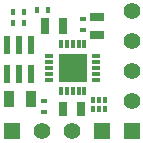
<source format=gts>
G04 (created by PCBNEW (2013-may-18)-stable) date Wed 11 Feb 2015 08:06:24 PM EST*
%MOIN*%
G04 Gerber Fmt 3.4, Leading zero omitted, Abs format*
%FSLAX34Y34*%
G01*
G70*
G90*
G04 APERTURE LIST*
%ADD10C,0.00590551*%
%ADD11R,0.035X0.055*%
%ADD12R,0.045X0.025*%
%ADD13R,0.0236X0.0157*%
%ADD14R,0.0157X0.0236*%
%ADD15R,0.055X0.055*%
%ADD16C,0.055*%
%ADD17R,0.0275591X0.0551181*%
%ADD18R,0.011811X0.0275591*%
%ADD19R,0.0275591X0.011811*%
%ADD20R,0.0944882X0.0944882*%
%ADD21R,0.023622X0.0590551*%
%ADD22R,0.011811X0.019685*%
%ADD23R,0.025X0.045*%
G04 APERTURE END LIST*
G54D10*
G54D11*
X74414Y-63220D03*
X73664Y-63220D03*
G54D12*
X76614Y-60499D03*
X76614Y-61099D03*
G54D13*
X76125Y-60928D03*
X76125Y-60574D03*
G54D14*
X74610Y-60259D03*
X74964Y-60259D03*
X73815Y-60704D03*
X74169Y-60704D03*
X74169Y-60322D03*
X73815Y-60322D03*
G54D13*
X74842Y-63315D03*
X74842Y-63669D03*
G54D15*
X77759Y-64311D03*
G54D16*
X77759Y-63311D03*
X77759Y-62311D03*
X77759Y-61311D03*
X77759Y-60311D03*
G54D15*
X76759Y-64311D03*
G54D16*
X75759Y-64311D03*
G54D15*
X73759Y-64311D03*
G54D16*
X74759Y-64311D03*
G54D17*
X75464Y-60791D03*
X74874Y-60791D03*
G54D18*
X75397Y-61405D03*
X75594Y-61405D03*
X75988Y-61405D03*
X75791Y-61405D03*
X76185Y-61405D03*
X76185Y-62980D03*
X75791Y-62980D03*
X75988Y-62980D03*
X75594Y-62980D03*
X75397Y-62980D03*
G54D19*
X76578Y-61799D03*
X76578Y-61996D03*
X76578Y-62389D03*
X76578Y-62192D03*
X76578Y-62586D03*
X75003Y-62586D03*
X75003Y-62192D03*
X75003Y-62389D03*
X75003Y-61996D03*
X75003Y-61799D03*
G54D20*
X75791Y-62192D03*
G54D21*
X73610Y-61425D03*
X74003Y-61425D03*
X74397Y-61425D03*
X74397Y-62409D03*
X74003Y-62409D03*
X73610Y-62409D03*
G54D22*
X76866Y-63576D03*
X76669Y-63576D03*
X76472Y-63576D03*
X76472Y-63281D03*
X76669Y-63281D03*
X76866Y-63281D03*
G54D23*
X76063Y-63555D03*
X75463Y-63555D03*
M02*

</source>
